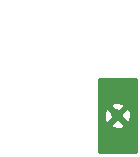
<source format=gbr>
G04 #@! TF.FileFunction,Copper,L1,Top,Signal*
%FSLAX46Y46*%
G04 Gerber Fmt 4.6, Leading zero omitted, Abs format (unit mm)*
G04 Created by KiCad (PCBNEW 4.0.1-stable) date 6/17/2016 12:44:14 AM*
%MOMM*%
G01*
G04 APERTURE LIST*
%ADD10C,0.100000*%
%ADD11C,1.000000*%
%ADD12C,0.100000*%
%ADD13C,0.254000*%
G04 APERTURE END LIST*
D10*
D11*
X160000000Y-109800000D03*
D12*
X150400000Y-100400000D03*
D13*
G36*
X161548000Y-112873000D02*
X158452000Y-112873000D01*
X158452000Y-110590104D01*
X159389501Y-110590104D01*
X159426648Y-110805217D01*
X159854972Y-110948112D01*
X160305375Y-110916217D01*
X160573352Y-110805217D01*
X160610499Y-110590104D01*
X160000000Y-109979605D01*
X159389501Y-110590104D01*
X158452000Y-110590104D01*
X158452000Y-109654972D01*
X158851888Y-109654972D01*
X158883783Y-110105375D01*
X158994783Y-110373352D01*
X159209896Y-110410499D01*
X159820395Y-109800000D01*
X160179605Y-109800000D01*
X160790104Y-110410499D01*
X161005217Y-110373352D01*
X161148112Y-109945028D01*
X161116217Y-109494625D01*
X161005217Y-109226648D01*
X160790104Y-109189501D01*
X160179605Y-109800000D01*
X159820395Y-109800000D01*
X159209896Y-109189501D01*
X158994783Y-109226648D01*
X158851888Y-109654972D01*
X158452000Y-109654972D01*
X158452000Y-109009896D01*
X159389501Y-109009896D01*
X160000000Y-109620395D01*
X160610499Y-109009896D01*
X160573352Y-108794783D01*
X160145028Y-108651888D01*
X159694625Y-108683783D01*
X159426648Y-108794783D01*
X159389501Y-109009896D01*
X158452000Y-109009896D01*
X158452000Y-106702000D01*
X161548000Y-106702000D01*
X161548000Y-112873000D01*
X161548000Y-112873000D01*
G37*
X161548000Y-112873000D02*
X158452000Y-112873000D01*
X158452000Y-110590104D01*
X159389501Y-110590104D01*
X159426648Y-110805217D01*
X159854972Y-110948112D01*
X160305375Y-110916217D01*
X160573352Y-110805217D01*
X160610499Y-110590104D01*
X160000000Y-109979605D01*
X159389501Y-110590104D01*
X158452000Y-110590104D01*
X158452000Y-109654972D01*
X158851888Y-109654972D01*
X158883783Y-110105375D01*
X158994783Y-110373352D01*
X159209896Y-110410499D01*
X159820395Y-109800000D01*
X160179605Y-109800000D01*
X160790104Y-110410499D01*
X161005217Y-110373352D01*
X161148112Y-109945028D01*
X161116217Y-109494625D01*
X161005217Y-109226648D01*
X160790104Y-109189501D01*
X160179605Y-109800000D01*
X159820395Y-109800000D01*
X159209896Y-109189501D01*
X158994783Y-109226648D01*
X158851888Y-109654972D01*
X158452000Y-109654972D01*
X158452000Y-109009896D01*
X159389501Y-109009896D01*
X160000000Y-109620395D01*
X160610499Y-109009896D01*
X160573352Y-108794783D01*
X160145028Y-108651888D01*
X159694625Y-108683783D01*
X159426648Y-108794783D01*
X159389501Y-109009896D01*
X158452000Y-109009896D01*
X158452000Y-106702000D01*
X161548000Y-106702000D01*
X161548000Y-112873000D01*
M02*

</source>
